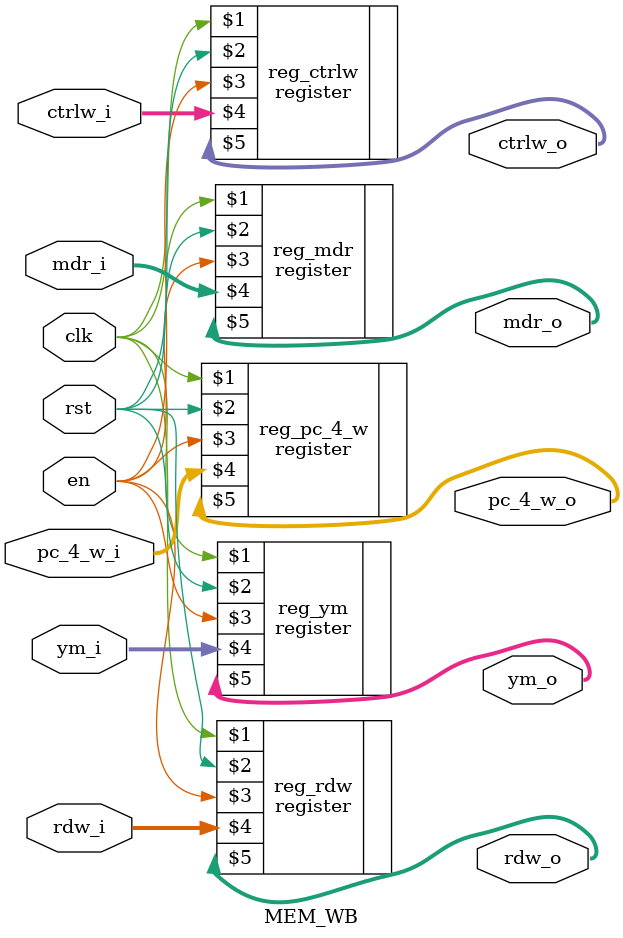
<source format=v>
`timescale 1ns / 1ps

module MEM_WB(
           input clk, rst, en,
           input [31:0] pc_4_w_i,
           output [31:0] pc_4_w_o,
           input [31:0] ym_i,
           output [31:0] ym_o,
           input [31:0] mdr_i,
           output [31:0] mdr_o,
           input [4:0] rdw_i,
           output [4:0] rdw_o,
           input [31:0] ctrlw_i,
           output [31:0] ctrlw_o
       );

register #(32) reg_pc_4_w(clk, rst, en, pc_4_w_i, pc_4_w_o);
register #(32) reg_ym(clk, rst, en, ym_i, ym_o);
register #(32) reg_mdr(clk, rst, en, mdr_i, mdr_o);
register #(5) reg_rdw(clk, rst, en, rdw_i, rdw_o);
register #(32) reg_ctrlw(clk, rst, en, ctrlw_i, ctrlw_o);

endmodule

</source>
